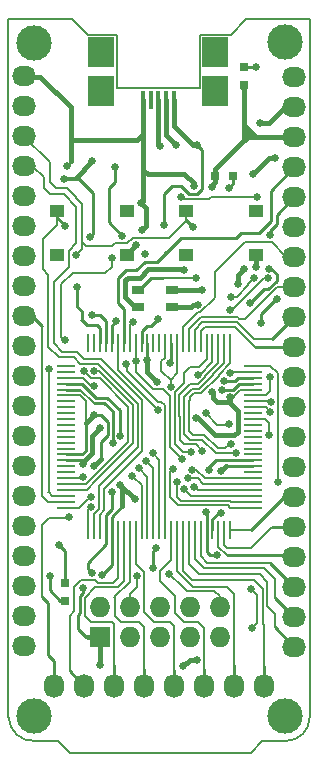
<source format=gbr>
G04 #@! TF.FileFunction,Copper,L1,Top,Signal*
%FSLAX46Y46*%
G04 Gerber Fmt 4.6, Leading zero omitted, Abs format (unit mm)*
G04 Created by KiCad (PCBNEW 4.0.1-stable) date 10-Oct-16 12:47:22 PM*
%MOMM*%
G01*
G04 APERTURE LIST*
%ADD10C,0.100000*%
%ADD11C,0.150000*%
%ADD12C,3.000000*%
%ADD13O,1.727200X2.032000*%
%ADD14O,2.032000X1.727200*%
%ADD15R,1.727200X1.727200*%
%ADD16O,1.727200X1.727200*%
%ADD17R,0.400000X1.500000*%
%ADD18R,2.200000X2.500000*%
%ADD19R,0.797560X0.797560*%
%ADD20R,0.280000X1.500000*%
%ADD21R,1.500000X0.280000*%
%ADD22R,1.200000X1.100000*%
%ADD23R,1.000000X0.800000*%
%ADD24C,0.660000*%
%ADD25C,0.200000*%
%ADD26C,0.254000*%
%ADD27C,0.381000*%
G04 APERTURE END LIST*
D10*
D11*
X52800000Y-28900000D02*
X52800000Y-33400000D01*
X50300000Y-28900000D02*
X52800000Y-28900000D01*
X50200000Y-28800000D02*
X50300000Y-28900000D01*
X59800000Y-28900000D02*
X62400000Y-28900000D01*
X59800000Y-33400000D02*
X59800000Y-28900000D01*
X52800000Y-33400000D02*
X59800000Y-33400000D01*
X47800000Y-88700000D02*
X48800000Y-89700000D01*
X65100000Y-88700000D02*
X64100000Y-89700000D01*
X48800000Y-89700000D02*
X64100000Y-89700000D01*
X43600000Y-27600000D02*
X43600000Y-86700000D01*
X69100000Y-86700000D02*
X69100000Y-27600000D01*
X63700000Y-27600000D02*
X69100000Y-27600000D01*
X50200000Y-28800000D02*
X49000000Y-27600000D01*
X49000000Y-27600000D02*
X43600000Y-27600000D01*
X45800000Y-88700000D02*
X47800000Y-88700000D01*
X67100000Y-88700000D02*
X65100000Y-88700000D01*
X62400000Y-28900000D02*
X63700000Y-27600000D01*
X67100000Y-88700000D02*
G75*
G03X69100000Y-86700000I0J2000000D01*
G01*
X43600000Y-86700000D02*
G75*
G03X45800000Y-88700000I2100000J100000D01*
G01*
D12*
X67000000Y-86600000D03*
X67000000Y-29500000D03*
X45800000Y-29600000D03*
X45800000Y-86600000D03*
D13*
X65261328Y-84029329D03*
X62721328Y-84029329D03*
X60181328Y-84029329D03*
X57641328Y-84029329D03*
X55101328Y-84029329D03*
X52561328Y-84029329D03*
X50021328Y-84029329D03*
X47481328Y-84029329D03*
D14*
X67800000Y-32500000D03*
X67800000Y-35040000D03*
X67800000Y-37580000D03*
X67800000Y-40120000D03*
X67800000Y-42660000D03*
X67800000Y-45200000D03*
X67800000Y-47740000D03*
X67800000Y-50280000D03*
X67800000Y-52820000D03*
X67800000Y-55360000D03*
X67800000Y-57900000D03*
X67800000Y-60440000D03*
X67800000Y-62980000D03*
X67800000Y-65520000D03*
X67800000Y-68060000D03*
X67800000Y-70600000D03*
X67800000Y-73140000D03*
X67800000Y-75680000D03*
X67800000Y-78220000D03*
X67800000Y-80760000D03*
X44900000Y-32400000D03*
X44900000Y-34940000D03*
X44900000Y-37480000D03*
X44900000Y-40020000D03*
X44900000Y-42560000D03*
X44900000Y-45100000D03*
X44900000Y-47640000D03*
X44900000Y-50180000D03*
X44900000Y-52720000D03*
X44900000Y-55260000D03*
X44900000Y-57800000D03*
X44900000Y-60340000D03*
X44900000Y-62880000D03*
X44900000Y-65420000D03*
X44900000Y-67960000D03*
X44900000Y-70500000D03*
X44900000Y-73040000D03*
X44900000Y-75580000D03*
X44900000Y-78120000D03*
X44900000Y-80660000D03*
D15*
X51308000Y-79883000D03*
D16*
X51308000Y-77343000D03*
X53848000Y-79883000D03*
X53848000Y-77343000D03*
X56388000Y-79883000D03*
X56388000Y-77343000D03*
X58928000Y-79883000D03*
X58928000Y-77343000D03*
X61468000Y-79883000D03*
X61468000Y-77343000D03*
D17*
X57600000Y-34400000D03*
X56950000Y-34400000D03*
X56300000Y-34400000D03*
X55650000Y-34400000D03*
X55000000Y-34400000D03*
D18*
X61125000Y-33700000D03*
X61125000Y-30400000D03*
X51475000Y-33700000D03*
X51475000Y-30400000D03*
D19*
X61125100Y-40894000D03*
X62623700Y-40894000D03*
D20*
X62371328Y-55047328D03*
X61871328Y-55047328D03*
X61371328Y-55047328D03*
X60871328Y-55047328D03*
X60371328Y-55047328D03*
X59871328Y-55047328D03*
X59371328Y-55047328D03*
X58871328Y-55047328D03*
X58371328Y-55047328D03*
X57871328Y-55047328D03*
X57371328Y-55047328D03*
X56871328Y-55047328D03*
X56371328Y-55047328D03*
X55871328Y-55047328D03*
X55371328Y-55047328D03*
X54871328Y-55047328D03*
X54371328Y-55047328D03*
X53871328Y-55047328D03*
X53371328Y-55047328D03*
X52871328Y-55047328D03*
X52371328Y-55047328D03*
X51871328Y-55047328D03*
X51371328Y-55047328D03*
X50871328Y-55047328D03*
X50371328Y-55047328D03*
D21*
X48471328Y-56947328D03*
X48471328Y-57447328D03*
X48471328Y-57947328D03*
X48471328Y-58447328D03*
X48471328Y-58947328D03*
X48471328Y-59447328D03*
X48471328Y-59947328D03*
X48471328Y-60447328D03*
X48471328Y-60947328D03*
X48471328Y-61447328D03*
X48471328Y-61947328D03*
X48471328Y-62447328D03*
X48471328Y-62947328D03*
X48471328Y-63447328D03*
X48471328Y-63947328D03*
X48471328Y-64447328D03*
X48471328Y-64947328D03*
X48471328Y-65447328D03*
X48471328Y-65947328D03*
X48471328Y-66447328D03*
X48471328Y-66947328D03*
X48471328Y-67447328D03*
X48471328Y-67947328D03*
X48471328Y-68447328D03*
X48471328Y-68947328D03*
D20*
X50371328Y-70847328D03*
X50871328Y-70847328D03*
X51371328Y-70847328D03*
X51871328Y-70847328D03*
X52371328Y-70847328D03*
X52871328Y-70847328D03*
X53371328Y-70847328D03*
X53871328Y-70847328D03*
X54371328Y-70847328D03*
X54871328Y-70847328D03*
X55371328Y-70847328D03*
X55871328Y-70847328D03*
X56371328Y-70847328D03*
X56871328Y-70847328D03*
X57371328Y-70847328D03*
X57871328Y-70847328D03*
X58371328Y-70847328D03*
X58871328Y-70847328D03*
X59371328Y-70847328D03*
X59871328Y-70847328D03*
X60371328Y-70847328D03*
X60871328Y-70847328D03*
X61371328Y-70847328D03*
X61871328Y-70847328D03*
X62371328Y-70847328D03*
D21*
X64271328Y-68947328D03*
X64271328Y-68447328D03*
X64271328Y-67947328D03*
X64271328Y-67447328D03*
X64271328Y-66947328D03*
X64271328Y-66447328D03*
X64271328Y-65947328D03*
X64271328Y-65447328D03*
X64271328Y-64947328D03*
X64271328Y-64447328D03*
X64271328Y-63947328D03*
X64271328Y-63447328D03*
X64271328Y-62947328D03*
X64271328Y-62447328D03*
X64271328Y-61947328D03*
X64271328Y-61447328D03*
X64271328Y-60947328D03*
X64271328Y-60447328D03*
X64271328Y-59947328D03*
X64271328Y-59447328D03*
X64271328Y-58947328D03*
X64271328Y-58447328D03*
X64271328Y-57947328D03*
X64271328Y-57447328D03*
X64271328Y-56947328D03*
D19*
X63546828Y-33153128D03*
X63546828Y-31654528D03*
X48387000Y-76822300D03*
X48387000Y-75323700D03*
D22*
X58595260Y-43870880D03*
X64594740Y-47569120D03*
X58595260Y-47569120D03*
X64594740Y-43870880D03*
X47673260Y-43870880D03*
X53672740Y-47569120D03*
X47673260Y-47569120D03*
X53672740Y-43870880D03*
D23*
X54582400Y-51969700D03*
X57482400Y-51969700D03*
X54582400Y-50544700D03*
X57482400Y-50544700D03*
D24*
X57213500Y-74549000D03*
X54406800Y-56540400D03*
X49326800Y-47599600D03*
X58281408Y-64847248D03*
X59182000Y-45212000D03*
X59283600Y-41757600D03*
X66192400Y-39370000D03*
X64262000Y-40741600D03*
X48514000Y-40005000D03*
X54275828Y-68217828D03*
X50844288Y-61138848D03*
X50859528Y-65441608D03*
X61659608Y-58984928D03*
X56213848Y-58294048D03*
X53054088Y-67021488D03*
X55345168Y-56490648D03*
X57280648Y-56668448D03*
X61598648Y-65858168D03*
X61618968Y-69368449D03*
X54813200Y-43180000D03*
X56070500Y-72390000D03*
X55797289Y-74052208D03*
X51498500Y-74676000D03*
X54864000Y-45466000D03*
X54406800Y-46736000D03*
X64566800Y-48564800D03*
X48387000Y-45085000D03*
X50656328Y-52660329D03*
X49403000Y-50292000D03*
X63500000Y-48768000D03*
X50495200Y-46075600D03*
X60858400Y-41808400D03*
X50673000Y-39624000D03*
X48260000Y-41148000D03*
X60333728Y-69327809D03*
X60613128Y-65741328D03*
X61222728Y-72995569D03*
X49945128Y-65233329D03*
X59515848Y-61326808D03*
X62365729Y-59594528D03*
X60867128Y-59193208D03*
X51321808Y-62220888D03*
X52393688Y-67661568D03*
X50859528Y-58639488D03*
X58420000Y-48818800D03*
X50673000Y-74485500D03*
X51371500Y-82296000D03*
X62992000Y-50038000D03*
X59576808Y-81819528D03*
X58357608Y-82393568D03*
X49885600Y-75793600D03*
X57331448Y-58695368D03*
X56269728Y-52977828D03*
X54102000Y-53238400D03*
X62230000Y-41910000D03*
X59988288Y-64141128D03*
X54483000Y-74739500D03*
X59012928Y-64197009D03*
X62441928Y-63556928D03*
X66455128Y-66808128D03*
X62822928Y-64308768D03*
X64092928Y-75825128D03*
X64219928Y-79101728D03*
X64871600Y-36372800D03*
X62391128Y-57532048D03*
X61862808Y-58187368D03*
X50846828Y-57359328D03*
X49957828Y-57359328D03*
X47040800Y-57251600D03*
X55812528Y-64318929D03*
X55253729Y-64979328D03*
X54644128Y-65588928D03*
X54085328Y-66249329D03*
X57488928Y-65639728D03*
X57854688Y-66767488D03*
X58469368Y-67361849D03*
X59332968Y-67173888D03*
X47100328Y-74758328D03*
X58789408Y-66457608D03*
X59165328Y-65726089D03*
X49909568Y-66356008D03*
X48751328Y-69741829D03*
X64008000Y-51663600D03*
X53018529Y-62896528D03*
X65659000Y-48704500D03*
X65722500Y-45847000D03*
X64617600Y-42672000D03*
X58166000Y-42608500D03*
X66328128Y-51288728D03*
X52408929Y-63506128D03*
X64973200Y-53289200D03*
X62280800Y-61874400D03*
X60299600Y-60960000D03*
X56235600Y-60655200D03*
X50564888Y-68012088D03*
X50564888Y-68911248D03*
X65769328Y-57867328D03*
X65532000Y-49530000D03*
X62357000Y-52197000D03*
X62433200Y-51104800D03*
X64414400Y-49479200D03*
X65786000Y-59994800D03*
X65769328Y-60839128D03*
X59642848Y-57684448D03*
X59626500Y-51752500D03*
X60007500Y-50546000D03*
X59436000Y-49530000D03*
X64516000Y-31623000D03*
X47862328Y-72091328D03*
X59563000Y-38227000D03*
X56743600Y-45059600D03*
X65684400Y-62839600D03*
X57785000Y-38227000D03*
X52730400Y-53187600D03*
X55118000Y-47447200D03*
X56388000Y-38354000D03*
X52324000Y-47815500D03*
X53543200Y-56794400D03*
X48387000Y-54787800D03*
X52578000Y-40132000D03*
X53238400Y-45974000D03*
D25*
X58595260Y-44500800D02*
X58595260Y-43870880D01*
X58595260Y-44655740D02*
X58595260Y-44500800D01*
X57150000Y-46101000D02*
X58595260Y-44655740D01*
X54965600Y-46101000D02*
X57150000Y-46101000D01*
X49834800Y-43230800D02*
X48514000Y-41910000D01*
X48514000Y-41910000D02*
X47650400Y-41910000D01*
X49834800Y-43230800D02*
X49022000Y-42418000D01*
X57213500Y-74549000D02*
X58356500Y-75692000D01*
X57260328Y-62683169D02*
X57260328Y-63296800D01*
X57260328Y-59498008D02*
X57173968Y-59411648D01*
X54457600Y-57528400D02*
X55005000Y-58075800D01*
X55005000Y-58075800D02*
X55858248Y-58929048D01*
X55858248Y-58929048D02*
X56655808Y-58929048D01*
X56691369Y-58929048D02*
X57173968Y-59411648D01*
X56655808Y-58929048D02*
X56691369Y-58929048D01*
X57260328Y-63296800D02*
X57260328Y-59498008D01*
X54371328Y-56504928D02*
X54406800Y-56540400D01*
X54371328Y-55047328D02*
X54371328Y-56504928D01*
X54406800Y-57477600D02*
X54457600Y-57528400D01*
X54406800Y-56540400D02*
X54406800Y-57477600D01*
X47117000Y-41376600D02*
X47117000Y-39723000D01*
X47117000Y-39723000D02*
X44941328Y-37547328D01*
X47650400Y-41910000D02*
X47117000Y-41376600D01*
X49326800Y-47599600D02*
X49834800Y-47091600D01*
X49834800Y-47091600D02*
X49834800Y-46532800D01*
X51054000Y-46837600D02*
X52349400Y-46837600D01*
X52349400Y-46837600D02*
X52603400Y-46583600D01*
X49834800Y-43942000D02*
X49834800Y-43230800D01*
X49834800Y-44704000D02*
X49834800Y-43942000D01*
X49834800Y-45974000D02*
X49834800Y-44704000D01*
X49834800Y-45974000D02*
X49834800Y-46482000D01*
X50190400Y-46837600D02*
X49834800Y-46482000D01*
X51054000Y-46837600D02*
X50190400Y-46837600D01*
X57260328Y-63826168D02*
X58281408Y-64847248D01*
X57260328Y-63296800D02*
X57260328Y-63826168D01*
X61468000Y-76454000D02*
X61023500Y-76009500D01*
X61023500Y-76009500D02*
X58674000Y-76009500D01*
X58674000Y-76009500D02*
X58356500Y-75692000D01*
X61468000Y-77343000D02*
X61468000Y-76454000D01*
D26*
X58595260Y-44625260D02*
X59182000Y-45212000D01*
X58595260Y-44500800D02*
X58595260Y-44625260D01*
D25*
X54127400Y-46101000D02*
X53644800Y-46583600D01*
X53644800Y-46583600D02*
X52603400Y-46583600D01*
X54965600Y-46101000D02*
X54127400Y-46101000D01*
D27*
X55000000Y-34400000D02*
X55000000Y-40331500D01*
X55000000Y-40331500D02*
X55372000Y-40703500D01*
X55000000Y-34400000D02*
X55000000Y-37329000D01*
X55000000Y-37329000D02*
X54483000Y-37846000D01*
X59283600Y-41757600D02*
X59283600Y-41503600D01*
X59283600Y-41503600D02*
X58483500Y-40703500D01*
X58483500Y-40703500D02*
X55372000Y-40703500D01*
X55372000Y-40703500D02*
X55024500Y-40356000D01*
X65633600Y-39370000D02*
X66192400Y-39370000D01*
X64262000Y-40741600D02*
X65633600Y-39370000D01*
D26*
X49149000Y-37846000D02*
X48895000Y-38100000D01*
D27*
X51003200Y-37846000D02*
X49149000Y-37846000D01*
D26*
X55024500Y-36168000D02*
X55024500Y-37304500D01*
D27*
X54483000Y-37846000D02*
X51003200Y-37846000D01*
X55024500Y-37304500D02*
X54483000Y-37846000D01*
X46310328Y-32467328D02*
X44941328Y-32467328D01*
X48895000Y-35052000D02*
X46310328Y-32467328D01*
X48895000Y-39624000D02*
X48895000Y-38100000D01*
X48895000Y-38100000D02*
X48895000Y-35052000D01*
D26*
X48514000Y-40005000D02*
X48895000Y-39624000D01*
D27*
X54275828Y-68217828D02*
X53079488Y-67021488D01*
D25*
X53079488Y-67021488D02*
X53054088Y-67021488D01*
D26*
X50163568Y-61819568D02*
X50163568Y-62754288D01*
D27*
X50844288Y-61138848D02*
X50163568Y-61819568D01*
D25*
X48471328Y-59447328D02*
X49683950Y-59447328D01*
D26*
X49867528Y-64447328D02*
X48471328Y-64447329D01*
X50163568Y-64151288D02*
X49867528Y-64447328D01*
D25*
X50163568Y-59926946D02*
X50163568Y-62754288D01*
D26*
X50163568Y-62754288D02*
X50163568Y-64151288D01*
D25*
X49683950Y-59447328D02*
X50163568Y-59926946D01*
D26*
X51469128Y-61138848D02*
X50844288Y-61138848D01*
X51987289Y-61657008D02*
X51469128Y-61138848D01*
X51987289Y-62840648D02*
X51987289Y-61657008D01*
X51438649Y-63389288D02*
X51987289Y-62840648D01*
X51438648Y-64862488D02*
X51438649Y-63638208D01*
D27*
X50859528Y-65441608D02*
X51438648Y-64862488D01*
D26*
X51438649Y-63638208D02*
X51438649Y-63389288D01*
X63147168Y-58447328D02*
X62609568Y-58984928D01*
X62609568Y-58984928D02*
X61659608Y-58984928D01*
X64271328Y-58447328D02*
X63147168Y-58447328D01*
D27*
X55345168Y-57425368D02*
X56213848Y-58294048D01*
X55345168Y-56490648D02*
X55345168Y-57425368D01*
D26*
X55371328Y-55047328D02*
X55371328Y-56464488D01*
D25*
X55371328Y-56464488D02*
X55345168Y-56490648D01*
D26*
X60871328Y-70847328D02*
X60871328Y-69902728D01*
X60871328Y-69902728D02*
X61405608Y-69368448D01*
D25*
X60871328Y-70847328D02*
X60871329Y-70075448D01*
D26*
X52371328Y-70847329D02*
X52371328Y-69700689D01*
X52371328Y-69700689D02*
X53236968Y-68835048D01*
X55797288Y-73214009D02*
X55797289Y-74052208D01*
X57371328Y-55047328D02*
X57371328Y-56577768D01*
D25*
X57371328Y-56577768D02*
X57280648Y-56668448D01*
X61405608Y-69368448D02*
X61618968Y-69368449D01*
D27*
X62009488Y-65447328D02*
X61598648Y-65858168D01*
D26*
X64271329Y-65447328D02*
X62009488Y-65447328D01*
D27*
X53236968Y-68835048D02*
X53236968Y-67204368D01*
D25*
X53236968Y-67204368D02*
X53054088Y-67021488D01*
D26*
X54813200Y-43180000D02*
X54965600Y-43180000D01*
X55797289Y-72663211D02*
X55797289Y-74052208D01*
X56070500Y-72390000D02*
X55797289Y-72663211D01*
X51498500Y-74676000D02*
X52371328Y-73803172D01*
X52371328Y-73803172D02*
X52371328Y-70847328D01*
D27*
X55024500Y-42968700D02*
X54813200Y-43180000D01*
X55024500Y-40356000D02*
X55024500Y-42968700D01*
X55219600Y-43586400D02*
X54813200Y-43180000D01*
X55219600Y-45110400D02*
X55219600Y-43586400D01*
X54864000Y-45466000D02*
X55219600Y-45110400D01*
X53672740Y-47470060D02*
X54406800Y-46736000D01*
X53672740Y-47569120D02*
X53672740Y-47470060D01*
X64594740Y-48536860D02*
X64566800Y-48564800D01*
X64594740Y-47569120D02*
X64594740Y-48536860D01*
D26*
X48387000Y-45085000D02*
X47673260Y-44371260D01*
X47673260Y-44371260D02*
X47673260Y-43870880D01*
D25*
X46973329Y-49530000D02*
X46973329Y-49259329D01*
X47673260Y-45036740D02*
X47673260Y-43870880D01*
X46482000Y-46228000D02*
X47673260Y-45036740D01*
X46482000Y-48768000D02*
X46482000Y-46228000D01*
X46973329Y-49259329D02*
X46482000Y-48768000D01*
X46973329Y-50501328D02*
X46973329Y-49530000D01*
X50871328Y-69468408D02*
X51240529Y-69099208D01*
X51240529Y-69099208D02*
X51240529Y-67112928D01*
X50871328Y-70847329D02*
X50871328Y-69468408D01*
X51145278Y-56756078D02*
X54567928Y-60178728D01*
X52497828Y-65855629D02*
X54567928Y-63785528D01*
X49672078Y-56756078D02*
X51113528Y-56756078D01*
X51113528Y-56756078D02*
X51145278Y-56756078D01*
X54567928Y-60178728D02*
X54567928Y-63785528D01*
X51240529Y-67112928D02*
X52497828Y-65855629D01*
X49672078Y-56756078D02*
X49150300Y-56234299D01*
X46973328Y-54057328D02*
X46973329Y-50501328D01*
X46973329Y-50501328D02*
X46973329Y-50501328D01*
X47877699Y-56234299D02*
X46973328Y-55329928D01*
X46973328Y-55329928D02*
X46973328Y-54057328D01*
X49150300Y-56234299D02*
X47877699Y-56234299D01*
D26*
X51871328Y-55047328D02*
X51871328Y-53176829D01*
X51354828Y-52660329D02*
X50656328Y-52660329D01*
X51871328Y-53176829D02*
X51354828Y-52660329D01*
X49798000Y-53072000D02*
X49798000Y-52338000D01*
X49403000Y-51943000D02*
X49403000Y-50292000D01*
X49798000Y-52338000D02*
X49403000Y-51943000D01*
X51371329Y-55047328D02*
X51371329Y-53756328D01*
X51371329Y-53756328D02*
X51100828Y-53485828D01*
X50211828Y-53485828D02*
X49798000Y-53072000D01*
X49798000Y-53072000D02*
X49767328Y-53041328D01*
X51100828Y-53485828D02*
X50211828Y-53485828D01*
D27*
X56070500Y-48768000D02*
X55435500Y-48768000D01*
X53708300Y-49466500D02*
X53492400Y-49682400D01*
X54737000Y-49466500D02*
X53708300Y-49466500D01*
X55435500Y-48768000D02*
X54737000Y-49466500D01*
X62992000Y-50038000D02*
X62992000Y-49276000D01*
X62992000Y-49276000D02*
X63500000Y-48768000D01*
D26*
X50495200Y-46075600D02*
X50749200Y-45821600D01*
X50749200Y-45821600D02*
X50749200Y-42316400D01*
X50749200Y-42316400D02*
X49580800Y-41148000D01*
X49580800Y-41148000D02*
X48260000Y-41148000D01*
X60845700Y-41795700D02*
X60858400Y-41808400D01*
X67801328Y-37547328D02*
X67392328Y-37547328D01*
X63246000Y-33453956D02*
X63546828Y-33153128D01*
D27*
X49276000Y-41021000D02*
X50673000Y-39624000D01*
D26*
X48387000Y-41021000D02*
X49276000Y-41021000D01*
X48260000Y-41148000D02*
X48387000Y-41021000D01*
X60371328Y-69365408D02*
X60371328Y-70847328D01*
D25*
X60333728Y-69327809D02*
X60371328Y-69365408D01*
D26*
X64271328Y-64947328D02*
X61158208Y-64947328D01*
X61158208Y-64947328D02*
X60613128Y-65492408D01*
D25*
X60613128Y-65492408D02*
X60613128Y-65741328D01*
D26*
X60689329Y-72993028D02*
X61220188Y-72993029D01*
D25*
X61220188Y-72993029D02*
X61222728Y-72995569D01*
D26*
X60371328Y-72675028D02*
X60689329Y-72993028D01*
X60371328Y-70847328D02*
X60371328Y-72675028D01*
D27*
X50696969Y-62845728D02*
X51321808Y-62220888D01*
X50696969Y-64324008D02*
X50696969Y-62845728D01*
X50073648Y-64947329D02*
X50696969Y-64324008D01*
D26*
X48471328Y-64947328D02*
X50073648Y-64947329D01*
D25*
X49945128Y-65233329D02*
X49659128Y-64947329D01*
X49659128Y-64947329D02*
X48471328Y-64947328D01*
D27*
X62998188Y-60740068D02*
X62998188Y-62538388D01*
X62998188Y-62538388D02*
X62736568Y-62800009D01*
D26*
X59515848Y-61326808D02*
X59642849Y-61326808D01*
D27*
X59642849Y-61326808D02*
X61116048Y-62800008D01*
X62365728Y-60107608D02*
X62998188Y-60740068D01*
D25*
X60501368Y-62185328D02*
X60491209Y-62175168D01*
D27*
X61116048Y-62800008D02*
X60501368Y-62185328D01*
X62736568Y-62800009D02*
X61116048Y-62800008D01*
D25*
X62571468Y-59581828D02*
X62378428Y-59581829D01*
X62378428Y-59581829D02*
X62365729Y-59594528D01*
D27*
X60877288Y-59635168D02*
X60877288Y-59203369D01*
D26*
X62571468Y-59581828D02*
X62132048Y-60021248D01*
D27*
X62132048Y-60021248D02*
X61263368Y-60021248D01*
X61263368Y-60021248D02*
X60877288Y-59635168D01*
D25*
X62571468Y-59576748D02*
X62571468Y-59581828D01*
X60877288Y-59203369D02*
X60867128Y-59193208D01*
X64271329Y-58947328D02*
X63200888Y-58947328D01*
X63200888Y-58947328D02*
X62571468Y-59576748D01*
X62571468Y-59576748D02*
X62538448Y-59609768D01*
D27*
X62365729Y-59594528D02*
X62365728Y-60107608D01*
D26*
X51871329Y-69567990D02*
X51871328Y-70847328D01*
X52393688Y-67661568D02*
X52393688Y-69045631D01*
X52393688Y-69045631D02*
X51871329Y-69567990D01*
D25*
X48471328Y-57947329D02*
X49923528Y-57947328D01*
X50615688Y-58639488D02*
X50859528Y-58639488D01*
X49923528Y-57947328D02*
X50615688Y-58639488D01*
D26*
X67801328Y-37547328D02*
X67062128Y-37547328D01*
D27*
X63546828Y-36474400D02*
X63546828Y-33153128D01*
D26*
X63546828Y-36521228D02*
X63546828Y-36474400D01*
D27*
X64572928Y-37547328D02*
X63546828Y-36521228D01*
X65125600Y-37547328D02*
X64572928Y-37547328D01*
X67801328Y-37547328D02*
X65125600Y-37547328D01*
D26*
X58369200Y-48768000D02*
X58420000Y-48818800D01*
D27*
X56070500Y-48768000D02*
X58369200Y-48768000D01*
X53492400Y-51155600D02*
X53492400Y-49682400D01*
X54306500Y-51969700D02*
X53492400Y-51155600D01*
D26*
X50673000Y-74485500D02*
X50300728Y-74113228D01*
X50300728Y-74113228D02*
X50300728Y-73635648D01*
X51871328Y-72065048D02*
X51871328Y-70847328D01*
X50300728Y-73635648D02*
X51871328Y-72065048D01*
X51308000Y-82232500D02*
X51371500Y-82296000D01*
D27*
X51308000Y-79883000D02*
X51308000Y-82232500D01*
X62992000Y-49403000D02*
X62992000Y-50038000D01*
X58931648Y-81819528D02*
X58357608Y-82393568D01*
X59576808Y-81819528D02*
X58931648Y-81819528D01*
X54306500Y-51969700D02*
X53492400Y-51155600D01*
X54682400Y-51969700D02*
X54306500Y-51969700D01*
X60858400Y-41656000D02*
X61125100Y-41389300D01*
X61125100Y-41389300D02*
X61125100Y-40894000D01*
X60858400Y-41808400D02*
X60858400Y-41656000D01*
X63546828Y-36876828D02*
X63546828Y-36474400D01*
X63296800Y-38100000D02*
X63546828Y-37849972D01*
X63546828Y-37849972D02*
X63546828Y-37748372D01*
X63546828Y-37748372D02*
X63546828Y-36876828D01*
X61125100Y-40271700D02*
X63296800Y-38100000D01*
X61125100Y-40894000D02*
X61125100Y-40271700D01*
X63849472Y-37547328D02*
X63296800Y-38100000D01*
X64566800Y-37547328D02*
X63849472Y-37547328D01*
X65125600Y-37547328D02*
X64566800Y-37547328D01*
X64217328Y-37547328D02*
X63546828Y-36876828D01*
X64566800Y-37547328D02*
X64217328Y-37547328D01*
X50292000Y-79883000D02*
X51308000Y-79883000D01*
D26*
X49466500Y-79184500D02*
X50165000Y-79883000D01*
X50165000Y-79883000D02*
X51308000Y-79883000D01*
X49657000Y-76771500D02*
X49657000Y-77851000D01*
X49885600Y-76161900D02*
X49657000Y-76390500D01*
X49657000Y-76390500D02*
X49657000Y-76771500D01*
X49885600Y-75793600D02*
X49885600Y-76161900D01*
X49657000Y-77851000D02*
X49466500Y-78041500D01*
X49466500Y-78041500D02*
X49466500Y-79184500D01*
D25*
X57871328Y-56775128D02*
X57871328Y-57576368D01*
X57871328Y-57576368D02*
X57331448Y-58116248D01*
X57331448Y-58695368D02*
X57331448Y-58116248D01*
X57331448Y-58695368D02*
X57331448Y-58151808D01*
X56549128Y-57369488D02*
X56549128Y-56561768D01*
X57331448Y-58151808D02*
X56549128Y-57369488D01*
X57871328Y-55047328D02*
X57871328Y-56775128D01*
X56871328Y-55047328D02*
X56871328Y-56239568D01*
X56871328Y-56239568D02*
X56549128Y-56561768D01*
X57871328Y-57266488D02*
X57871328Y-55047328D01*
D26*
X54871327Y-55047328D02*
X54871328Y-53982528D01*
X54871328Y-53982528D02*
X55304528Y-53549328D01*
X55698228Y-53549328D02*
X56269728Y-52977828D01*
X55304528Y-53549328D02*
X55698228Y-53549328D01*
D25*
X53871328Y-53469072D02*
X54102000Y-53238400D01*
X53871328Y-55047328D02*
X53871328Y-53469072D01*
X62230000Y-41910000D02*
X62344300Y-41795700D01*
D26*
X62230000Y-41859200D02*
X62623700Y-41465500D01*
X62623700Y-41465500D02*
X62623700Y-40894000D01*
X62230000Y-41910000D02*
X62230000Y-41859200D01*
D25*
X61371329Y-55047328D02*
X61371328Y-56702728D01*
X60277848Y-57796208D02*
X60277848Y-57902888D01*
X61371328Y-56702728D02*
X60277848Y-57796208D01*
X58972288Y-58502328D02*
X59678408Y-58502328D01*
X60277848Y-57902888D02*
X59678408Y-58502328D01*
X58062968Y-60209208D02*
X58062968Y-59411648D01*
X58062968Y-59411648D02*
X58972288Y-58502328D01*
X59988288Y-64141128D02*
X59439648Y-63592488D01*
X58489688Y-63592488D02*
X58098528Y-63201328D01*
X58098528Y-63201328D02*
X58098528Y-61230288D01*
X59439648Y-63592488D02*
X58489688Y-63592488D01*
X58062968Y-61194728D02*
X58098528Y-61230288D01*
X58062968Y-60209208D02*
X58062968Y-61194728D01*
X58454128Y-58421048D02*
X58454129Y-57557966D01*
X58454129Y-57557966D02*
X58448530Y-57552368D01*
X58448530Y-57552368D02*
X58448530Y-57557966D01*
X58454128Y-57552368D02*
X58448530Y-57557966D01*
X58448530Y-57557966D02*
X58570968Y-57435528D01*
X59721588Y-57006269D02*
X59000228Y-57006268D01*
X59000228Y-57006268D02*
X58570968Y-57435528D01*
X60371328Y-56356528D02*
X59721588Y-57006269D01*
X60371328Y-55047328D02*
X60371328Y-56356528D01*
X58570968Y-57435528D02*
X58448530Y-57557966D01*
X58454128Y-58273728D02*
X58454128Y-58421048D01*
X57687049Y-62738000D02*
X57687049Y-59188127D01*
X57708800Y-59182000D02*
X57708800Y-59166376D01*
X57693176Y-59182000D02*
X57708800Y-59182000D01*
X57687049Y-59188127D02*
X57693176Y-59182000D01*
X59012928Y-64197009D02*
X58352528Y-64197008D01*
X58352528Y-64197008D02*
X57687049Y-63531528D01*
X57687049Y-63531528D02*
X57687049Y-62738000D01*
X58454128Y-58421048D02*
X57708800Y-59166376D01*
X53848000Y-76263500D02*
X53848000Y-77343000D01*
X54483000Y-75628500D02*
X53848000Y-76263500D01*
X54483000Y-74739500D02*
X54483000Y-75628500D01*
X62371328Y-55047328D02*
X62371328Y-56710786D01*
X61390368Y-57691746D02*
X61390368Y-57826688D01*
X62371328Y-56710786D02*
X61390368Y-57691746D01*
X62441928Y-63556928D02*
X62320008Y-63556928D01*
X61298928Y-63927768D02*
X60188949Y-62817788D01*
X61949168Y-63927768D02*
X61298928Y-63927768D01*
X62320008Y-63556928D02*
X61949168Y-63927768D01*
X58972288Y-59833289D02*
X58972288Y-59589448D01*
X58972288Y-59589448D02*
X59277089Y-59284648D01*
X59277089Y-59284648D02*
X59719048Y-59284649D01*
X61390368Y-57826688D02*
X59932408Y-59284648D01*
X59932408Y-59284648D02*
X59719048Y-59284649D01*
X59244069Y-62817788D02*
X58850369Y-62424088D01*
X58850369Y-62424088D02*
X58850368Y-59955209D01*
X58850368Y-59955209D02*
X58972288Y-59833289D01*
X60188949Y-62817788D02*
X59244069Y-62817788D01*
X65738328Y-56947328D02*
X66378928Y-57587928D01*
X66378928Y-57587928D02*
X66378928Y-66731928D01*
X66378928Y-66731928D02*
X66455128Y-66808128D01*
X64271328Y-56947328D02*
X65738328Y-56947328D01*
X62822928Y-64308768D02*
X61131289Y-64308768D01*
X61131289Y-64308768D02*
X60003528Y-63181008D01*
X61871328Y-55047328D02*
X61871328Y-56715808D01*
X60927623Y-57659513D02*
X60927623Y-57753815D01*
X61871328Y-56715808D02*
X60927623Y-57659513D01*
X59145008Y-58918888D02*
X59762550Y-58918888D01*
X58484608Y-59579288D02*
X59145008Y-58918888D01*
X58484608Y-60488608D02*
X58484608Y-59579288D01*
X60927623Y-57753815D02*
X59762550Y-58918888D01*
X64092928Y-75825128D02*
X64626328Y-76358528D01*
X64626328Y-76358528D02*
X64626328Y-78695328D01*
X64626328Y-78695328D02*
X64219928Y-79101728D01*
X58957048Y-63181008D02*
X58469368Y-62693328D01*
X58469368Y-62693328D02*
X58469368Y-60503848D01*
X58469368Y-60503848D02*
X58484608Y-60488608D01*
X60003528Y-63181008D02*
X58957048Y-63181008D01*
D27*
X65633600Y-36372800D02*
X64871600Y-36372800D01*
X66999072Y-35007328D02*
X65633600Y-36372800D01*
X67801328Y-35007328D02*
X66999072Y-35007328D01*
D26*
X65786000Y-44259500D02*
X65786000Y-44704000D01*
X65786000Y-44704000D02*
X64833500Y-45656500D01*
X64833500Y-45656500D02*
X63309500Y-45656500D01*
X58928000Y-46101000D02*
X58166000Y-46101000D01*
X58166000Y-46101000D02*
X56134000Y-48133000D01*
X56134000Y-48133000D02*
X55880000Y-48133000D01*
X58928000Y-46101000D02*
X62865000Y-46101000D01*
X62865000Y-46101000D02*
X63309500Y-45656500D01*
X65786000Y-42102656D02*
X67801328Y-40087328D01*
X65786000Y-44259500D02*
X65786000Y-42102656D01*
X53371328Y-52832000D02*
X53371328Y-52164828D01*
X56134000Y-48133000D02*
X56927750Y-47339250D01*
X56927750Y-47339250D02*
X56959500Y-47307500D01*
X55118000Y-48133000D02*
X55880000Y-48133000D01*
X55880000Y-48133000D02*
X56134000Y-48133000D01*
X54419500Y-48831500D02*
X55118000Y-48133000D01*
X53530500Y-48831500D02*
X54419500Y-48831500D01*
X52832000Y-49530000D02*
X53530500Y-48831500D01*
X52832000Y-51625500D02*
X52832000Y-49530000D01*
X53371328Y-52164828D02*
X52832000Y-51625500D01*
X53371328Y-55047328D02*
X53371328Y-52832000D01*
X53371328Y-52832000D02*
X53371328Y-52578000D01*
D25*
X64271329Y-57447328D02*
X62475848Y-57447328D01*
X62475848Y-57447328D02*
X62391128Y-57532048D01*
X64271329Y-57447328D02*
X62597768Y-57447328D01*
X64271329Y-57447328D02*
X62734928Y-57447328D01*
D26*
X63076928Y-57947329D02*
X63075822Y-57947328D01*
X62786174Y-58236975D02*
X62786175Y-58233088D01*
X63075822Y-57947328D02*
X62786174Y-58236975D01*
D25*
X62015208Y-58233088D02*
X61908528Y-58233088D01*
X61908528Y-58233088D02*
X61862808Y-58187368D01*
D26*
X62786175Y-58233088D02*
X62015208Y-58233088D01*
X64271329Y-57947328D02*
X63076928Y-57947329D01*
D25*
X63076928Y-57947329D02*
X63068048Y-57947328D01*
X62782288Y-58233088D02*
X62786175Y-58233088D01*
X64271329Y-57947328D02*
X63073128Y-57947329D01*
X50846828Y-57359328D02*
X51253550Y-57359328D01*
X51253550Y-57359328D02*
X52039519Y-58145297D01*
X51253550Y-57359328D02*
X54033419Y-60139197D01*
X54161528Y-60569889D02*
X54161528Y-60267306D01*
X54161528Y-60267306D02*
X54033419Y-60139197D01*
X54033419Y-60139197D02*
X54152799Y-60258577D01*
X54152799Y-60258577D02*
X54152799Y-60312240D01*
X54152799Y-60312240D02*
X54161528Y-60320969D01*
X54161528Y-60986448D02*
X54161528Y-60569889D01*
X54161528Y-60569889D02*
X54161528Y-60320969D01*
X54161528Y-60320969D02*
X54152799Y-60312240D01*
X54161528Y-60986448D02*
X54161528Y-61149008D01*
X54161528Y-61149008D02*
X54161528Y-63506128D01*
X48471328Y-67447328D02*
X50220328Y-67447328D01*
X50220328Y-67447328D02*
X51037328Y-66630328D01*
X54161528Y-63506128D02*
X51862829Y-65804828D01*
X51037328Y-66630328D02*
X51862829Y-65804828D01*
X49957828Y-57359328D02*
X49970528Y-57359328D01*
X49970528Y-57359328D02*
X50620769Y-58009568D01*
X51347208Y-58009568D02*
X50620769Y-58009568D01*
X53729728Y-61682408D02*
X53729728Y-60392088D01*
X53729728Y-60392088D02*
X51347208Y-58009568D01*
X53729728Y-61682408D02*
X53729728Y-63404528D01*
X50186928Y-66947328D02*
X48471328Y-66947329D01*
X53729728Y-63404528D02*
X50186928Y-66947328D01*
X45639829Y-52787328D02*
X44941328Y-52787329D01*
D26*
X46431201Y-53578700D02*
X45639829Y-52787328D01*
D25*
X46431200Y-67929700D02*
X46431201Y-53578700D01*
X46948828Y-68447328D02*
X46431200Y-67929700D01*
X48471328Y-68447328D02*
X46948828Y-68447328D01*
X46991300Y-67664300D02*
X46973328Y-67646328D01*
X47274328Y-67947328D02*
X46991300Y-67664300D01*
X48471329Y-67947328D02*
X47274328Y-67947328D01*
X46991300Y-57301100D02*
X47040800Y-57251600D01*
X46991300Y-67664300D02*
X46991300Y-57301100D01*
X56371329Y-65792128D02*
X56371328Y-65436528D01*
X56371329Y-70847328D02*
X56371329Y-65792128D01*
X56371328Y-64877728D02*
X55812528Y-64318929D01*
X56371328Y-65436528D02*
X56371328Y-64877728D01*
X55871328Y-70847328D02*
X55871328Y-66300128D01*
X55871328Y-65596928D02*
X55253729Y-64979328D01*
X55871328Y-66300128D02*
X55871328Y-65596928D01*
X55371328Y-70847328D02*
X55371328Y-67265329D01*
X55371328Y-66316128D02*
X54644128Y-65588928D01*
X55371328Y-67265329D02*
X55371328Y-66316128D01*
X54871328Y-70847329D02*
X54871328Y-67062128D01*
X54871328Y-67035329D02*
X54085328Y-66249329D01*
X54871328Y-67062128D02*
X54871328Y-67035329D01*
X62005048Y-68738528D02*
X58977369Y-68738528D01*
X62005048Y-68738528D02*
X57956288Y-68738528D01*
X57956288Y-68738528D02*
X57773408Y-68555649D01*
X57773408Y-68555649D02*
X57875008Y-68657249D01*
X62162528Y-68738528D02*
X62005048Y-68738528D01*
X62371328Y-68947329D02*
X62162528Y-68738528D01*
X64271328Y-68947328D02*
X62371328Y-68947329D01*
X57234928Y-65893728D02*
X57488928Y-65639728D01*
X57234929Y-66909728D02*
X57234928Y-65893728D01*
X57234929Y-66909728D02*
X57234928Y-68017168D01*
X57234928Y-68017168D02*
X57773408Y-68555649D01*
X64271328Y-68447328D02*
X62445368Y-68447328D01*
X57854688Y-68017168D02*
X57854688Y-66767488D01*
X58200128Y-68362608D02*
X57854688Y-68017168D01*
X62360648Y-68362608D02*
X58200128Y-68362608D01*
X62445368Y-68447328D02*
X62360648Y-68362608D01*
X64271328Y-68447328D02*
X62526648Y-68447328D01*
X64271329Y-67947328D02*
X62605768Y-67947328D01*
X64271329Y-67947328D02*
X59054848Y-67947328D01*
X59054848Y-67947328D02*
X58469368Y-67361849D01*
X64271328Y-67447328D02*
X59606409Y-67447328D01*
X59606409Y-67447328D02*
X59332968Y-67173888D01*
X64271328Y-67447328D02*
X62959208Y-67447328D01*
D26*
X47100328Y-74758328D02*
X47100328Y-75802328D01*
X47100328Y-75929328D02*
X47100328Y-74758328D01*
X47993300Y-76822300D02*
X47100328Y-75929328D01*
X48387000Y-76822300D02*
X47993300Y-76822300D01*
D25*
X64271329Y-66947328D02*
X60112248Y-66947328D01*
X59622529Y-66457608D02*
X58789408Y-66457608D01*
X60112248Y-66947328D02*
X59622529Y-66457608D01*
X64271329Y-66947328D02*
X61082528Y-66947329D01*
X64271329Y-66447328D02*
X60232008Y-66447328D01*
X59510768Y-65726089D02*
X59165328Y-65726089D01*
X60232008Y-66447328D02*
X59510768Y-65726089D01*
D26*
X47481328Y-84029328D02*
X47481328Y-81933828D01*
X46973328Y-77044328D02*
X46465328Y-76536329D01*
X46973328Y-81425828D02*
X46973328Y-77044328D01*
X47481328Y-81933828D02*
X46973328Y-81425828D01*
D25*
X48471328Y-66447328D02*
X49670928Y-66447328D01*
X49818248Y-66447328D02*
X49909568Y-66356008D01*
X48471328Y-66447328D02*
X49818248Y-66447328D01*
X48751328Y-69741829D02*
X48624328Y-69868829D01*
X48624328Y-69868829D02*
X47036828Y-69868829D01*
X46465328Y-70440329D02*
X47036828Y-69868829D01*
X46465328Y-70440329D02*
X46465328Y-72218328D01*
X46465328Y-76536329D02*
X46465328Y-72218328D01*
D26*
X66294000Y-44704000D02*
X66294000Y-44958000D01*
X64008000Y-51663600D02*
X65227200Y-50444400D01*
X65227200Y-50444400D02*
X65582800Y-50444400D01*
X65582800Y-50444400D02*
X66294000Y-49733200D01*
X66294000Y-49733200D02*
X66294000Y-49276000D01*
X49788528Y-58447328D02*
X51006848Y-59665648D01*
X49788528Y-58447328D02*
X48471328Y-58447328D01*
X53018528Y-60707048D02*
X51977128Y-59665648D01*
X51977128Y-59665648D02*
X51006848Y-59665648D01*
X53018529Y-62896528D02*
X53018528Y-60707048D01*
X66294000Y-49149000D02*
X65849500Y-48704500D01*
X65849500Y-48704500D02*
X65659000Y-48704500D01*
X66294000Y-49276000D02*
X66294000Y-49149000D01*
X65722500Y-45529500D02*
X65722500Y-45847000D01*
X66294000Y-44958000D02*
X65722500Y-45529500D01*
X66294000Y-44754800D02*
X66294000Y-44704000D01*
X66294000Y-44704000D02*
X66294000Y-44134656D01*
X66294000Y-44134656D02*
X67801328Y-42627328D01*
D25*
X64617600Y-42672000D02*
X60706000Y-42672000D01*
X58356500Y-42799000D02*
X58166000Y-42608500D01*
X60579000Y-42799000D02*
X58356500Y-42799000D01*
X60706000Y-42672000D02*
X60579000Y-42799000D01*
D26*
X52408929Y-63506128D02*
X52408929Y-60788328D01*
X51723128Y-60102528D02*
X50834128Y-60102528D01*
X52408929Y-60788328D02*
X51723128Y-60102528D01*
X48471329Y-58947328D02*
X49678929Y-58947328D01*
D25*
X49678929Y-58947328D02*
X50834128Y-60102528D01*
D26*
X66277329Y-51288728D02*
X64973200Y-52592857D01*
X64973200Y-52592857D02*
X64973200Y-53289200D01*
D25*
X66328128Y-51288728D02*
X66277329Y-51288728D01*
X67801328Y-47707328D02*
X67138328Y-47707328D01*
X67138328Y-47707328D02*
X65913000Y-46482000D01*
X65913000Y-46482000D02*
X63627000Y-46482000D01*
X63627000Y-46482000D02*
X61087000Y-49022000D01*
X61087000Y-49022000D02*
X61087000Y-51117500D01*
X61087000Y-51117500D02*
X60960000Y-51244500D01*
X58371328Y-53642672D02*
X59626500Y-52387500D01*
X59626500Y-52387500D02*
X59817000Y-52387500D01*
X59817000Y-52387500D02*
X60960000Y-51244500D01*
X60960000Y-51244500D02*
X61087000Y-51117500D01*
X58371328Y-55047328D02*
X58371328Y-53642672D01*
X59673328Y-53041328D02*
X59901928Y-52812728D01*
X59901928Y-52812728D02*
X63026128Y-52812728D01*
X63026128Y-52812728D02*
X63153128Y-52939728D01*
X58871329Y-55047328D02*
X58871328Y-53843328D01*
X58871328Y-53843328D02*
X59343128Y-53371528D01*
X59343128Y-53371528D02*
X59673328Y-53041328D01*
X63153128Y-52939728D02*
X63381728Y-52939729D01*
X63646271Y-52939729D02*
X66338672Y-50247328D01*
X66338672Y-50247328D02*
X67801328Y-50247328D01*
X63381728Y-52939729D02*
X63646271Y-52939729D01*
D26*
X65947128Y-54641528D02*
X67801329Y-52787328D01*
D25*
X59371328Y-55047328D02*
X59371328Y-53902128D01*
X59371328Y-53902128D02*
X60016228Y-53257228D01*
X60016228Y-53257228D02*
X62988028Y-53257228D01*
X62988028Y-53257228D02*
X63356328Y-53625528D01*
X64372328Y-54641528D02*
X65947128Y-54641528D01*
X63356328Y-53625528D02*
X64372328Y-54641528D01*
X59871328Y-53960929D02*
X60206728Y-53625529D01*
X60206728Y-53625529D02*
X62797529Y-53625528D01*
X62797529Y-53625528D02*
X64499328Y-55327328D01*
D26*
X64499328Y-55327328D02*
X67801328Y-55327328D01*
D25*
X59871328Y-55047328D02*
X59871328Y-53960929D01*
X62230000Y-61925200D02*
X62280800Y-61874400D01*
X62026800Y-61925200D02*
X62230000Y-61925200D01*
X52871328Y-56997600D02*
X52871328Y-57189328D01*
X52871328Y-55047328D02*
X52871328Y-56997600D01*
X61264800Y-61925200D02*
X62026800Y-61925200D01*
X62026800Y-61925200D02*
X62077600Y-61925200D01*
X60299600Y-60960000D02*
X61264800Y-61925200D01*
X56235600Y-60655200D02*
X52871328Y-57290928D01*
X52871328Y-57290928D02*
X52871328Y-57087728D01*
X48471328Y-68947328D02*
X49609328Y-68947329D01*
X50199129Y-68357528D02*
X50323589Y-68233068D01*
X49609328Y-68947329D02*
X50199129Y-68357528D01*
X50371328Y-70847328D02*
X50371328Y-69104808D01*
X50371328Y-69104808D02*
X50564888Y-68911248D01*
X66912328Y-68027328D02*
X67801328Y-68027328D01*
D26*
X64092328Y-70847328D02*
X66912328Y-68027328D01*
D25*
X62371328Y-70847328D02*
X64092328Y-70847328D01*
X61871328Y-72130328D02*
X62086328Y-72345328D01*
X62086328Y-72345328D02*
X64118328Y-72345328D01*
X64118328Y-72345328D02*
X65896329Y-70567328D01*
D26*
X65896329Y-70567328D02*
X67801328Y-70567328D01*
D25*
X61871328Y-70847328D02*
X61871328Y-72130328D01*
X67674329Y-72980328D02*
X67801329Y-73107328D01*
X61371328Y-72250089D02*
X62101568Y-72980328D01*
D26*
X62101568Y-72980328D02*
X67674329Y-72980328D01*
D25*
X61371328Y-70847329D02*
X61371328Y-72250089D01*
X59871328Y-73051328D02*
X60435328Y-73615328D01*
X59871328Y-70847329D02*
X59871328Y-73051328D01*
X65718528Y-73615329D02*
X60435328Y-73615328D01*
D26*
X67750528Y-75647329D02*
X65718528Y-73615329D01*
D25*
X67801328Y-75647329D02*
X67750528Y-75647329D01*
D26*
X66175728Y-76561729D02*
X67801328Y-78187328D01*
D25*
X59371328Y-73313328D02*
X60130528Y-74072528D01*
X59371328Y-70847328D02*
X59371328Y-73313328D01*
X66175728Y-74986928D02*
X65261328Y-74072528D01*
X65261328Y-74072528D02*
X60130528Y-74072528D01*
X66175728Y-76561729D02*
X66175728Y-74986928D01*
X65528028Y-77311029D02*
X66150328Y-77933328D01*
X66150328Y-77933328D02*
X66150328Y-79076328D01*
D26*
X66150328Y-79076328D02*
X67801328Y-80727328D01*
D25*
X58871329Y-73702328D02*
X59749528Y-74580528D01*
X58871328Y-70847329D02*
X58871329Y-73702328D01*
X65528028Y-75253628D02*
X64854929Y-74580528D01*
X64854929Y-74580528D02*
X59749528Y-74580528D01*
X65528028Y-77311029D02*
X65528028Y-75253628D01*
D26*
X65261328Y-84029329D02*
X65261328Y-82378328D01*
D25*
X58371329Y-74307550D02*
X59158817Y-75095039D01*
X65261328Y-78898528D02*
X65261328Y-82378328D01*
X58371328Y-70847328D02*
X58371329Y-74307550D01*
X64429639Y-75095039D02*
X65134328Y-75799728D01*
X65134328Y-75799728D02*
X65134328Y-78771528D01*
X65134328Y-78771528D02*
X65261328Y-78898528D01*
X59158817Y-75095039D02*
X64429639Y-75095039D01*
X65261328Y-82378328D02*
X65261328Y-84029329D01*
X65408528Y-59447328D02*
X65769328Y-59086529D01*
X65769328Y-59086529D02*
X65769328Y-57867328D01*
X64271328Y-59447328D02*
X65408528Y-59447328D01*
X65227200Y-49530000D02*
X62560200Y-52197000D01*
X62560200Y-52197000D02*
X62357000Y-52197000D01*
X65532000Y-49530000D02*
X65227200Y-49530000D01*
X62941200Y-51104800D02*
X62433200Y-51104800D01*
X63906400Y-50139600D02*
X62941200Y-51104800D01*
X63906400Y-49987200D02*
X63906400Y-50139600D01*
X64414400Y-49479200D02*
X63906400Y-49987200D01*
X64271328Y-59947328D02*
X65738528Y-59947328D01*
X65738528Y-59947328D02*
X65786000Y-59994800D01*
X65377528Y-60447328D02*
X65769328Y-60839128D01*
X64271329Y-60447328D02*
X65377528Y-60447328D01*
X60871328Y-55047328D02*
X60871329Y-56628688D01*
X59815569Y-57684448D02*
X59642848Y-57684448D01*
X60871329Y-56628688D02*
X59815569Y-57684448D01*
X48717200Y-47193200D02*
X48717200Y-48564800D01*
X47498000Y-49784000D02*
X47417828Y-49784000D01*
X47417828Y-49864172D02*
X47498000Y-49784000D01*
X48717200Y-48564800D02*
X47417828Y-49864172D01*
X49326800Y-44958000D02*
X49326800Y-43484800D01*
X48260000Y-42418000D02*
X47091600Y-42418000D01*
X49326800Y-43484800D02*
X48260000Y-42418000D01*
X49326800Y-45262800D02*
X49326800Y-44958000D01*
X49326800Y-46278800D02*
X49326800Y-45262800D01*
X47417828Y-50882328D02*
X47417828Y-50524572D01*
X47091600Y-42418000D02*
X46583600Y-41910000D01*
X46583600Y-40995600D02*
X45675328Y-40087328D01*
X46583600Y-41910000D02*
X46583600Y-40995600D01*
X45675328Y-40087328D02*
X44941328Y-40087328D01*
X52942328Y-66122328D02*
X54923528Y-64141128D01*
X54923528Y-59848529D02*
X54923528Y-64141128D01*
X49989578Y-56375078D02*
X49397950Y-55783450D01*
X49989578Y-56375078D02*
X51443728Y-56375078D01*
X51443728Y-56375078D02*
X51450078Y-56375078D01*
X51450078Y-56375078D02*
X54923528Y-59848529D01*
X47417828Y-50882328D02*
X47417828Y-50882328D01*
X47417828Y-50882328D02*
X47417828Y-50882328D01*
X47417829Y-52279328D02*
X47417828Y-50882328D01*
X47417828Y-53803328D02*
X47417829Y-52279328D01*
X51723128Y-69183028D02*
X51723128Y-67341528D01*
X51371328Y-69534828D02*
X51723128Y-69183028D01*
X51371329Y-70847328D02*
X51371328Y-69534828D01*
X51723128Y-67341528D02*
X52942328Y-66122328D01*
X49326800Y-46583600D02*
X48717200Y-47193200D01*
X47417828Y-49784000D02*
X47417828Y-50524572D01*
X49326800Y-46278800D02*
X49326800Y-46583600D01*
X48163450Y-55783450D02*
X47417828Y-55037828D01*
X47417828Y-55037828D02*
X47417828Y-53803328D01*
X49397950Y-55783450D02*
X48163450Y-55783450D01*
X59626500Y-51752500D02*
X59485500Y-51893500D01*
D26*
X57599600Y-51752500D02*
X57382400Y-51969700D01*
D27*
X59245500Y-51752500D02*
X59028300Y-51969700D01*
X59028300Y-51969700D02*
X57482400Y-51969700D01*
X59626500Y-51752500D02*
X59245500Y-51752500D01*
D25*
X60007500Y-50546000D02*
X59930000Y-50468500D01*
D26*
X57383700Y-50546000D02*
X57382400Y-50544700D01*
X60007500Y-50546000D02*
X57383700Y-50546000D01*
D27*
X58801000Y-50546000D02*
X58799700Y-50544700D01*
X58799700Y-50544700D02*
X57482400Y-50544700D01*
X60007500Y-50546000D02*
X58801000Y-50546000D01*
D25*
X56692800Y-49530000D02*
X56642000Y-49530000D01*
X59436000Y-49530000D02*
X56692800Y-49530000D01*
D26*
X55697100Y-49530000D02*
X54682400Y-50544700D01*
X56692800Y-49530000D02*
X55697100Y-49530000D01*
D25*
X59197300Y-75628500D02*
X62092900Y-75628500D01*
X62092900Y-75628500D02*
X62721328Y-76256928D01*
X57871328Y-74302528D02*
X59197300Y-75628500D01*
D26*
X62721328Y-84029328D02*
X62721329Y-82251328D01*
D25*
X62721328Y-76256928D02*
X62721329Y-82251328D01*
X62721329Y-82251328D02*
X62721328Y-84029328D01*
X57871328Y-70847328D02*
X57871328Y-74302528D01*
D26*
X60181328Y-84029328D02*
X60181328Y-82632328D01*
D25*
X60181328Y-82632328D02*
X60181328Y-84029328D01*
X60181328Y-80143128D02*
X60181328Y-82632328D01*
X57371328Y-70847329D02*
X57371328Y-73349388D01*
X57371328Y-73349388D02*
X56388000Y-74332716D01*
X60181328Y-79819500D02*
X60181328Y-79774828D01*
X60181328Y-80143128D02*
X60181328Y-79819500D01*
X60181328Y-79167828D02*
X59626500Y-78613000D01*
X59626500Y-78613000D02*
X58420000Y-78613000D01*
X58420000Y-78613000D02*
X57658000Y-77851000D01*
X57658000Y-77851000D02*
X57658000Y-76454000D01*
X57658000Y-76454000D02*
X56388000Y-75184000D01*
X56388000Y-75184000D02*
X56388000Y-74332716D01*
X60181328Y-79819500D02*
X60181328Y-79167828D01*
D26*
X57641328Y-84029328D02*
X57641328Y-82695828D01*
D25*
X57641328Y-82695828D02*
X57641328Y-84029328D01*
X57641328Y-80841628D02*
X57641328Y-82695828D01*
X57641328Y-80010000D02*
X57641328Y-79838328D01*
X57641328Y-80841628D02*
X57641328Y-80010000D01*
X55075928Y-74410348D02*
X54371328Y-73705748D01*
X54371328Y-70847328D02*
X54371328Y-73705748D01*
X55075928Y-77745428D02*
X55075928Y-74410348D01*
X57641328Y-78977328D02*
X57277000Y-78613000D01*
X57277000Y-78613000D02*
X55943500Y-78613000D01*
X55943500Y-78613000D02*
X55075928Y-77745428D01*
X57641328Y-80010000D02*
X57641328Y-78977328D01*
D26*
X55101328Y-84029329D02*
X55101328Y-82632329D01*
D25*
X55101328Y-80701929D02*
X55101328Y-82632329D01*
X55101328Y-79883000D02*
X55101328Y-79762129D01*
X55101328Y-80701929D02*
X55101328Y-79883000D01*
X52563868Y-76528708D02*
X52561328Y-76531248D01*
X53869428Y-75223148D02*
X53869428Y-73818528D01*
X53869428Y-73818528D02*
X53871329Y-73818528D01*
X53871329Y-73818528D02*
X53871329Y-70847328D01*
X52561328Y-76531248D02*
X53869428Y-75223148D01*
X55101328Y-79040828D02*
X54673500Y-78613000D01*
X54673500Y-78613000D02*
X53086000Y-78613000D01*
X53086000Y-78613000D02*
X52578000Y-78105000D01*
X52578000Y-78105000D02*
X52578000Y-76514576D01*
X52578000Y-76514576D02*
X52561328Y-76531248D01*
X55101328Y-79883000D02*
X55101328Y-79040828D01*
D26*
X52561328Y-84029329D02*
X52561328Y-82314828D01*
D25*
X52561328Y-79565500D02*
X52561328Y-79431928D01*
X52561328Y-82314828D02*
X52561328Y-79565500D01*
X53371328Y-70847328D02*
X53371328Y-75187849D01*
X52848349Y-75710828D02*
X50897629Y-75710828D01*
X53371328Y-75187849D02*
X52848349Y-75710828D01*
X50038000Y-76570457D02*
X50897629Y-75710828D01*
X52561328Y-78786828D02*
X52387500Y-78613000D01*
X52387500Y-78613000D02*
X50546000Y-78613000D01*
X50546000Y-78613000D02*
X50038000Y-78105000D01*
X50038000Y-78105000D02*
X50038000Y-76570457D01*
X52561328Y-79565500D02*
X52561328Y-78786828D01*
X49919728Y-83927728D02*
X50021328Y-84029328D01*
X50021328Y-84029328D02*
X50021328Y-83534028D01*
X52871328Y-70847328D02*
X52871328Y-74549000D01*
X52871328Y-74890672D02*
X52451000Y-75311000D01*
X52451000Y-75311000D02*
X51460400Y-75311000D01*
X52871328Y-74549000D02*
X52871328Y-74890672D01*
X51181000Y-75311000D02*
X50952400Y-75082400D01*
X50952400Y-75082400D02*
X49733200Y-75082400D01*
X49733200Y-75082400D02*
X49174400Y-75641200D01*
X49174400Y-75641200D02*
X49174400Y-76227556D01*
X51460400Y-75311000D02*
X51181000Y-75311000D01*
X49174400Y-77698600D02*
X48768000Y-78105000D01*
X48768000Y-78105000D02*
X48768000Y-82776001D01*
D26*
X48768000Y-82776001D02*
X50021328Y-84029329D01*
D25*
X49174400Y-75641200D02*
X49174400Y-77698600D01*
D26*
X64484472Y-31654528D02*
X63546828Y-31654528D01*
X64516000Y-31623000D02*
X64484472Y-31654528D01*
D25*
X48370328Y-72599329D02*
X47862328Y-72091328D01*
D26*
X48387000Y-72616000D02*
X47862328Y-72091328D01*
X48387000Y-75323700D02*
X48387000Y-72616000D01*
D27*
X57600000Y-34400000D02*
X57600000Y-36600000D01*
X57600000Y-36600000D02*
X59227000Y-38227000D01*
X59227000Y-38227000D02*
X59563000Y-38227000D01*
D26*
X59227000Y-38227000D02*
X59563000Y-38227000D01*
X57600000Y-36600000D02*
X59227000Y-38227000D01*
X59994800Y-41960800D02*
X59994800Y-38658800D01*
X59582050Y-42373550D02*
X59994800Y-41960800D01*
X59582050Y-42373550D02*
X59245500Y-42373550D01*
X58883550Y-42373550D02*
X58229500Y-41719500D01*
X58229500Y-41719500D02*
X57404000Y-41719500D01*
X57404000Y-41719500D02*
X56743600Y-42379900D01*
X56743600Y-42379900D02*
X56743600Y-45059600D01*
X59245500Y-42373550D02*
X58883550Y-42373550D01*
X59994800Y-38658800D02*
X59563000Y-38227000D01*
D25*
X64271328Y-61447328D02*
X65308128Y-61447328D01*
X65684400Y-61823600D02*
X65684400Y-62839600D01*
X65308128Y-61447328D02*
X65684400Y-61823600D01*
D27*
X56950000Y-34400000D02*
X56950000Y-37392000D01*
X56950000Y-37392000D02*
X57785000Y-38227000D01*
D26*
X56950000Y-37392000D02*
X57785000Y-38227000D01*
X52371328Y-55047328D02*
X52371328Y-53546672D01*
X52371328Y-53546672D02*
X52730400Y-53187600D01*
X52371328Y-53546672D02*
X52371328Y-53844528D01*
X52730400Y-53187600D02*
X52371328Y-53546672D01*
D25*
X55016400Y-47548800D02*
X55118000Y-47447200D01*
X52371328Y-55047328D02*
X52371328Y-53898800D01*
D27*
X56300000Y-34400000D02*
X56300000Y-38266000D01*
X56300000Y-38266000D02*
X56388000Y-38354000D01*
D26*
X56300000Y-38266000D02*
X56388000Y-38354000D01*
D25*
X52324000Y-48577500D02*
X52324000Y-47815500D01*
X51181000Y-49098200D02*
X51803300Y-49098200D01*
X51803300Y-49098200D02*
X52324000Y-48577500D01*
X54533800Y-58293000D02*
X54508400Y-58267600D01*
X56235600Y-59994800D02*
X54533800Y-58293000D01*
X56845200Y-63296800D02*
X56845200Y-60299600D01*
X56845200Y-60299600D02*
X56540400Y-59994800D01*
X56871328Y-70847328D02*
X56871328Y-68453728D01*
X56845200Y-68427600D02*
X56845200Y-63296800D01*
X56871328Y-68453728D02*
X56845200Y-68427600D01*
X56540400Y-59994800D02*
X56235600Y-59994800D01*
X53644800Y-57404000D02*
X53644800Y-56896000D01*
X53644800Y-56896000D02*
X53543200Y-56794400D01*
X54533800Y-58293000D02*
X53644800Y-57404000D01*
X48387000Y-54787800D02*
X48082200Y-54483000D01*
X48082200Y-54483000D02*
X48082200Y-50038000D01*
X48082200Y-50038000D02*
X49022000Y-49098200D01*
X50520600Y-49098200D02*
X50571400Y-49098200D01*
X49022000Y-49098200D02*
X50520600Y-49098200D01*
X50520600Y-49098200D02*
X51181000Y-49098200D01*
X51181000Y-49098200D02*
X51257200Y-49098200D01*
D26*
X52070000Y-43789600D02*
X52070000Y-42113200D01*
X52070000Y-43942000D02*
X52070000Y-43789600D01*
X52578000Y-41402000D02*
X52578000Y-40132000D01*
X52070000Y-41910000D02*
X52070000Y-42062400D01*
X52578000Y-41402000D02*
X52070000Y-41910000D01*
X53238400Y-45974000D02*
X52070000Y-44805600D01*
X52070000Y-44805600D02*
X52070000Y-43840400D01*
M02*

</source>
